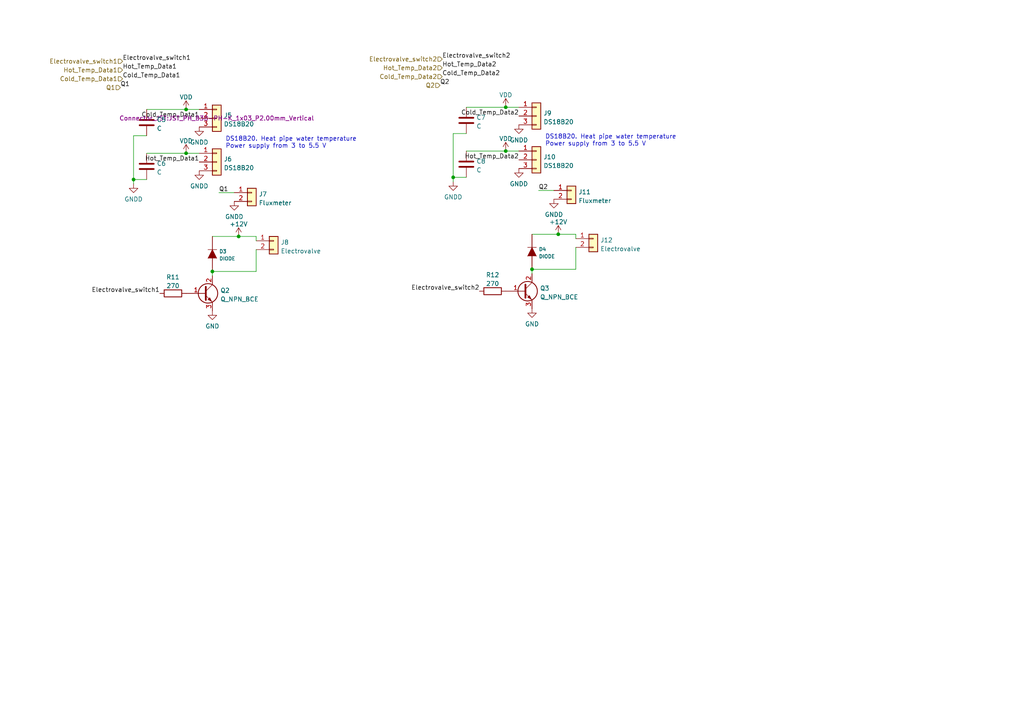
<source format=kicad_sch>
(kicad_sch (version 20211123) (generator eeschema)
  (paper "A4")
  (lib_symbols
    (symbol "Connector_Generic:Conn_01x02" (pin_names (offset 1.016) hide)
      (property "Reference" "J" (at 0 2.54 0))
      (property "Value" "Conn_01x02" (at 0 -5.08 0))
      (symbol "Conn_01x02_1_1"
        (rectangle (start -1.27 -2.413) (end 0 -2.667) (stroke (width 0.1524)))
        (rectangle (start -1.27 0.127) (end 0 -0.127) (stroke (width 0.1524)))
        (rectangle (start -1.27 1.27) (end 1.27 -3.81) (stroke (width 0.254)) (fill (type background)))
        (pin passive line (at -5.08 0 0) (length 3.81) (name "Pin_1") (number "1"))
        (pin passive line (at -5.08 -2.54 0) (length 3.81) (name "Pin_2") (number "2"))
      )
    )
    (symbol "Connector_Generic:Conn_01x03" (pin_names (offset 1.016) hide)
      (property "Reference" "J" (at 0 5.08 0))
      (property "Value" "Conn_01x03" (at 0 -5.08 0))
      (symbol "Conn_01x03_1_1"
        (rectangle (start -1.27 -2.413) (end 0 -2.667) (stroke (width 0.1524)))
        (rectangle (start -1.27 0.127) (end 0 -0.127) (stroke (width 0.1524)))
        (rectangle (start -1.27 2.667) (end 0 2.413) (stroke (width 0.1524)))
        (rectangle (start -1.27 3.81) (end 1.27 -3.81) (stroke (width 0.254)) (fill (type background)))
        (pin passive line (at -5.08 2.54 0) (length 3.81) (name "Pin_1") (number "1"))
        (pin passive line (at -5.08 0 0) (length 3.81) (name "Pin_2") (number "2"))
        (pin passive line (at -5.08 -2.54 0) (length 3.81) (name "Pin_3") (number "3"))
      )
    )
    (symbol "Device:C" (pin_numbers hide) (pin_names (offset 0.254))
      (property "Reference" "C" (at 0.635 2.54 0))
      (property "Value" "C" (at 0.635 -2.54 0))
      (symbol "C_0_1"
        (polyline (pts (xy -2.032 -0.762) (xy 2.032 -0.762)) (stroke (width 0.508)))
        (polyline (pts (xy -2.032 0.762) (xy 2.032 0.762)) (stroke (width 0.508)))
      )
      (symbol "C_1_1"
        (pin passive line (at 0 3.81 270) (length 2.794) (name "~") (number "1"))
        (pin passive line (at 0 -3.81 90) (length 2.794) (name "~") (number "2"))
      )
    )
    (symbol "Device:Q_NPN_BCE" (pin_names (offset 0) hide)
      (property "Reference" "Q" (at 5.08 1.27 0))
      (property "Value" "Q_NPN_BCE" (at 5.08 -1.27 0))
      (symbol "Q_NPN_BCE_0_1"
        (polyline (pts (xy 0.635 0.635) (xy 2.54 2.54)))
        (polyline (pts (xy 0.635 -0.635) (xy 2.54 -2.54) (xy 2.54 -2.54)))
        (polyline (pts (xy 0.635 1.905) (xy 0.635 -1.905) (xy 0.635 -1.905)) (stroke (width 0.508)))
        (polyline (pts (xy 1.27 -1.778) (xy 1.778 -1.27) (xy 2.286 -2.286) (xy 1.27 -1.778) (xy 1.27 -1.778)) (fill (type outline)))
        (circle (center 1.27 0) (radius 2.8194) (stroke (width 0.254)))
      )
      (symbol "Q_NPN_BCE_1_1"
        (pin input line (at -5.08 0 0) (length 5.715) (name "B") (number "1"))
        (pin passive line (at 2.54 5.08 270) (length 2.54) (name "C") (number "2"))
        (pin passive line (at 2.54 -5.08 90) (length 2.54) (name "E") (number "3"))
      )
    )
    (symbol "Device:R" (pin_numbers hide) (pin_names (offset 0))
      (property "Reference" "R" (at 2.032 0 90))
      (property "Value" "R" (at 0 0 90))
      (symbol "R_0_1"
        (rectangle (start -1.016 -2.54) (end 1.016 2.54) (stroke (width 0.254)))
      )
      (symbol "R_1_1"
        (pin passive line (at 0 3.81 270) (length 1.27) (name "~") (number "1"))
        (pin passive line (at 0 -3.81 90) (length 1.27) (name "~") (number "2"))
      )
    )
    (symbol "myLibrary:DIODE" (pin_numbers hide) (pin_names (offset 1.016) hide)
      (property "Reference" "D" (at 0 2.54 0))
      (property "Value" "DIODE" (at 0 -2.54 0))
      (symbol "DIODE_0_1"
        (polyline (pts (xy 1.27 1.27) (xy 1.27 -1.27)) (stroke (width 0.1524)))
        (polyline (pts (xy -1.27 1.27) (xy 1.27 0) (xy -1.27 -1.27)) (fill (type outline)))
      )
      (symbol "DIODE_1_1"
        (pin passive line (at -5.08 0 0) (length 3.81) (name "A") (number "1"))
        (pin passive line (at 5.08 0 180) (length 3.81) (name "K") (number "2"))
      )
    )
    (symbol "myLibrary:GNDD" (power) (pin_names (offset 0))
      (property "Value" "GNDD" (at 0 -3.81 0))
      (symbol "GNDD_0_1"
        (polyline (pts (xy 0 0) (xy 0 -1.27) (xy 1.27 -1.27) (xy 0 -2.54) (xy -1.27 -1.27) (xy 0 -1.27)))
      )
      (symbol "GNDD_1_1"
        (pin power_in line (at 0 0 270) (length 0) hide (name "GNDD") (number "1"))
      )
    )
    (symbol "power:+12V" (power) (pin_names (offset 0))
      (property "Value" "+12V" (at 0 3.556 0))
      (symbol "+12V_0_1"
        (polyline (pts (xy -0.762 1.27) (xy 0 2.54)))
        (polyline (pts (xy 0 0) (xy 0 2.54)))
        (polyline (pts (xy 0 2.54) (xy 0.762 1.27)))
      )
      (symbol "+12V_1_1"
        (pin power_in line (at 0 0 90) (length 0) hide (name "+12V") (number "1"))
      )
    )
    (symbol "power:GND" (power) (pin_names (offset 0))
      (property "Value" "GND" (at 0 -3.81 0))
      (symbol "GND_0_1"
        (polyline (pts (xy 0 0) (xy 0 -1.27) (xy 1.27 -1.27) (xy 0 -2.54) (xy -1.27 -1.27) (xy 0 -1.27)))
      )
      (symbol "GND_1_1"
        (pin power_in line (at 0 0 270) (length 0) hide (name "GND") (number "1"))
      )
    )
    (symbol "power:VDD" (power) (pin_names (offset 0))
      (property "Value" "VDD" (at 0 3.81 0))
      (symbol "VDD_0_1"
        (polyline (pts (xy -0.762 1.27) (xy 0 2.54)))
        (polyline (pts (xy 0 0) (xy 0 2.54)))
        (polyline (pts (xy 0 2.54) (xy 0.762 1.27)))
      )
      (symbol "VDD_1_1"
        (pin power_in line (at 0 0 90) (length 0) hide (name "VDD") (number "1"))
      )
    )
  )
  (junction (at 146.685 31.115))
  (junction (at 161.925 67.945))
  (junction (at 154.305 78.105))
  (junction (at 53.975 44.45))
  (junction (at 61.595 78.74))
  (junction (at 38.735 52.07))
  (junction (at 131.445 51.435))
  (junction (at 69.215 68.58))
  (junction (at 53.975 31.75))
  (junction (at 146.685 43.815))
  (wire (pts (xy 156.21 55.245) (xy 160.655 55.245)))
  (wire (pts (xy 38.735 53.34) (xy 38.735 52.07)))
  (wire (pts (xy 167.005 78.105) (xy 154.305 78.105)))
  (wire (pts (xy 135.255 31.115) (xy 146.685 31.115)))
  (wire (pts (xy 131.445 51.435) (xy 135.255 51.435)))
  (wire (pts (xy 42.545 44.45) (xy 53.975 44.45)))
  (wire (pts (xy 38.735 52.07) (xy 42.545 52.07)))
  (wire (pts (xy 61.595 78.74) (xy 61.595 80.01)))
  (wire (pts (xy 131.445 38.735) (xy 135.255 38.735)))
  (wire (pts (xy 74.295 72.39) (xy 74.295 78.74)))
  (wire (pts (xy 135.255 43.815) (xy 146.685 43.815)))
  (wire (pts (xy 63.5 55.88) (xy 67.945 55.88)))
  (wire (pts (xy 74.295 78.74) (xy 61.595 78.74)))
  (wire (pts (xy 53.975 31.75) (xy 57.785 31.75)))
  (wire (pts (xy 167.005 67.945) (xy 161.925 67.945)))
  (wire (pts (xy 154.305 78.105) (xy 154.305 79.375)))
  (wire (pts (xy 131.445 51.435) (xy 131.445 38.735)))
  (wire (pts (xy 53.975 44.45) (xy 57.785 44.45)))
  (wire (pts (xy 38.735 52.07) (xy 38.735 39.37)))
  (wire (pts (xy 74.295 69.85) (xy 74.295 68.58)))
  (wire (pts (xy 61.595 68.58) (xy 69.215 68.58)))
  (wire (pts (xy 146.685 43.815) (xy 150.495 43.815)))
  (wire (pts (xy 42.545 31.75) (xy 53.975 31.75)))
  (wire (pts (xy 74.295 68.58) (xy 69.215 68.58)))
  (wire (pts (xy 167.005 71.755) (xy 167.005 78.105)))
  (wire (pts (xy 167.005 69.215) (xy 167.005 67.945)))
  (wire (pts (xy 38.735 39.37) (xy 42.545 39.37)))
  (wire (pts (xy 154.305 67.945) (xy 161.925 67.945)))
  (wire (pts (xy 131.445 52.705) (xy 131.445 51.435)))
  (wire (pts (xy 146.685 31.115) (xy 150.495 31.115)))
  (text "DS18B20. Heat pipe water temperature\nPower supply from 3 to 5.5 V" (at 65.405 43.18 0) (effects (font (size 1.27 1.27)) (justify left bottom)))
  (text "DS18B20. Heat pipe water temperature\nPower supply from 3 to 5.5 V" (at 158.115 42.545 0) (effects (font (size 1.27 1.27)) (justify left bottom)))
  (label "Electrovalve_switch2" (at 128.27 17.145 0))
  (label "Cold_Temp_Data2" (at 150.495 33.655 180))
  (label "Q1" (at 63.5 55.88 0))
  (label "Q2" (at 156.21 55.245 0))
  (label "Hot_Temp_Data2" (at 150.495 46.355 180))
  (label "Cold_Temp_Data2" (at 128.27 22.225 0))
  (label "Cold_Temp_Data1" (at 35.56 22.86 0))
  (label "Q1" (at 34.925 25.4 0))
  (label "Hot_Temp_Data2" (at 128.27 19.685 0))
  (label "Cold_Temp_Data1" (at 57.785 34.29 180))
  (label "Electrovalve_switch2" (at 139.065 84.455 180))
  (label "Electrovalve_switch1" (at 35.56 17.78 0))
  (label "Electrovalve_switch1" (at 46.355 85.09 180))
  (label "Hot_Temp_Data1" (at 57.785 46.99 180))
  (label "Q2" (at 127.635 24.765 0))
  (label "Hot_Temp_Data1" (at 35.56 20.32 0))
  (hierarchical_label "Hot_Temp_Data2" (shape input) (at 128.27 19.685 180))
  (hierarchical_label "Electrovalve_switch1" (shape input) (at 35.56 17.78 180))
  (hierarchical_label "Q1" (shape input) (at 34.925 25.4 180))
  (hierarchical_label "Electrovalve_switch2" (shape input) (at 128.27 17.145 180))
  (hierarchical_label "Cold_Temp_Data1" (shape input) (at 35.56 22.86 180))
  (hierarchical_label "Q2" (shape input) (at 127.635 24.765 180))
  (hierarchical_label "Hot_Temp_Data1" (shape input) (at 35.56 20.32 180))
  (hierarchical_label "Cold_Temp_Data2" (shape input) (at 128.27 22.225 180))
  (symbol (lib_id "myLibrary:GNDD") (at 150.495 36.195 0) (unit 1)
    (property "Reference" "#PWR034" (effects hide))
    (property "Value" "GNDD" (at 150.495 40.6384 0))
  )
  (symbol (lib_id "Connector_Generic:Conn_01x03") (at 62.865 46.99 0) (unit 1)
    (property "Reference" "J6" (at 64.897 46.1553 0) (effects (justify left)))
    (property "Value" "DS18B20" (at 64.897 48.6922 0) (effects (justify left)))
    (property "Footprint" "Connector_JST:JST_PH_B3B-PH-K_1x03_P2.00mm_Vertical" (effects hide))
  )
  (symbol (lib_id "power:VDD") (at 53.975 44.45 0) (unit 1)
    (property "Reference" "#PWR025" (effects hide))
    (property "Value" "VDD" (at 53.975 40.8742 0))
  )
  (symbol (lib_id "Device:C") (at 42.545 48.26 0) (unit 1)
    (property "Reference" "C6" (at 45.466 47.4253 0) (effects (justify left)))
    (property "Value" "C" (at 45.466 49.9622 0) (effects (justify left)))
    (property "Footprint" "Capacitor_SMD:C_0603_1608Metric_Pad1.08x0.95mm_HandSolder" (effects hide))
  )
  (symbol (lib_id "myLibrary:GNDD") (at 57.785 36.83 0) (unit 1)
    (property "Reference" "#PWR026" (effects hide))
    (property "Value" "GNDD" (at 57.785 41.2734 0))
  )
  (symbol (lib_id "myLibrary:DIODE") (at 154.305 73.025 90) (unit 1)
    (property "Reference" "D4" (at 156.2862 72.2938 90) (effects (font (size 1.016 1.016)) (justify right)))
    (property "Value" "DIODE" (at 156.2862 74.3742 90) (effects (font (size 1.016 1.016)) (justify right)))
    (property "Footprint" "Diode_SMD:D_MELF_Handsoldering" (effects hide))
  )
  (symbol (lib_id "myLibrary:GNDD") (at 131.445 52.705 0) (unit 1)
    (property "Reference" "#PWR031" (effects hide))
    (property "Value" "GNDD" (at 131.445 57.1484 0))
  )
  (symbol (lib_id "Device:Q_NPN_BCE") (at 151.765 84.455 0) (unit 1)
    (property "Reference" "Q3" (at 156.6164 83.6203 0) (effects (justify left)))
    (property "Value" "Q_NPN_BCE" (at 156.6164 86.1572 0) (effects (justify left)))
    (property "Footprint" "Package_TO_SOT_SMD:SOT-223-3_TabPin2" (effects hide))
  )
  (symbol (lib_id "Device:Q_NPN_BCE") (at 59.055 85.09 0) (unit 1)
    (property "Reference" "Q2" (at 63.9064 84.2553 0) (effects (justify left)))
    (property "Value" "Q_NPN_BCE" (at 63.9064 86.7922 0) (effects (justify left)))
    (property "Footprint" "Package_TO_SOT_SMD:SOT-223-3_TabPin2" (effects hide))
  )
  (symbol (lib_id "power:VDD") (at 146.685 31.115 0) (unit 1)
    (property "Reference" "#PWR032" (effects hide))
    (property "Value" "VDD" (at 146.685 27.5392 0))
  )
  (symbol (lib_id "Connector_Generic:Conn_01x02") (at 165.735 55.245 0) (unit 1)
    (property "Reference" "J11" (at 167.767 55.6803 0) (effects (justify left)))
    (property "Value" "Fluxmeter" (at 167.767 58.2172 0) (effects (justify left)))
    (property "Footprint" "TerminalBlock_Phoenix:TerminalBlock_Phoenix_PT-1,5-2-3.5-H_1x02_P3.50mm_Horizontal" (effects hide))
    (property "Link" "https://www.amazon.es/Electrov%C3%A1lvula-El%C3%A9ctrica-V%C3%A1lvula-Solenoide-Normalmente/dp/B07VT1LFBZ/ref=sr_1_41?adgrpid=110829178755&hvadid=601134696640&hvdev=c&hvlocphy=20294&hvnetw=g&hvqmt=e&hvrand=5309951320386316717&hvtargid=kwd-327764933936&hydadcr=28815_2379543&keywords=electrovalvula+radiador&qid=1689698801&sr=8-41" (effects hide))
  )
  (symbol (lib_id "Device:C") (at 135.255 47.625 0) (unit 1)
    (property "Reference" "C8" (at 138.176 46.7903 0) (effects (justify left)))
    (property "Value" "C" (at 138.176 49.3272 0) (effects (justify left)))
    (property "Footprint" "Capacitor_SMD:C_0603_1608Metric_Pad1.08x0.95mm_HandSolder" (effects hide))
  )
  (symbol (lib_id "Device:R") (at 50.165 85.09 90) (unit 1)
    (property "Reference" "R11" (at 50.165 80.3742 90))
    (property "Value" "270" (at 50.165 82.9111 90))
    (property "Footprint" "Resistor_SMD:R_0201_0603Metric_Pad0.64x0.40mm_HandSolder" (effects hide))
  )
  (symbol (lib_id "power:GND") (at 154.305 89.535 0) (unit 1)
    (property "Reference" "#PWR036" (effects hide))
    (property "Value" "GND" (at 154.305 93.9784 0))
  )
  (symbol (lib_id "Connector_Generic:Conn_01x03") (at 155.575 46.355 0) (unit 1)
    (property "Reference" "J10" (at 157.607 45.5203 0) (effects (justify left)))
    (property "Value" "DS18B20" (at 157.607 48.0572 0) (effects (justify left)))
    (property "Footprint" "Connector_JST:JST_PH_B3B-PH-K_1x03_P2.00mm_Vertical" (effects hide))
  )
  (symbol (lib_id "power:+12V") (at 161.925 67.945 0) (unit 1)
    (property "Reference" "#PWR038" (effects hide))
    (property "Value" "+12V" (at 161.925 64.3692 0))
  )
  (symbol (lib_id "power:VDD") (at 53.975 31.75 0) (unit 1)
    (property "Reference" "#PWR024" (effects hide))
    (property "Value" "VDD" (at 53.975 28.1742 0))
  )
  (symbol (lib_id "Device:C") (at 42.545 35.56 0) (unit 1)
    (property "Reference" "C5" (at 45.466 34.7253 0) (effects (justify left)))
    (property "Value" "C" (at 45.466 37.2622 0) (effects (justify left)))
    (property "Footprint" "Capacitor_SMD:C_0603_1608Metric_Pad1.08x0.95mm_HandSolder" (effects hide))
  )
  (symbol (lib_id "Device:R") (at 142.875 84.455 90) (unit 1)
    (property "Reference" "R12" (at 142.875 79.7392 90))
    (property "Value" "270" (at 142.875 82.2761 90))
    (property "Footprint" "Resistor_SMD:R_0201_0603Metric_Pad0.64x0.40mm_HandSolder" (effects hide))
  )
  (symbol (lib_id "Connector_Generic:Conn_01x02") (at 172.085 69.215 0) (unit 1)
    (property "Reference" "J12" (at 174.117 69.6503 0) (effects (justify left)))
    (property "Value" "Electrovalve" (at 174.117 72.1872 0) (effects (justify left)))
    (property "Footprint" "TerminalBlock_Phoenix:TerminalBlock_Phoenix_PT-1,5-2-5.0-H_1x02_P5.00mm_Horizontal" (effects hide))
    (property "Link" "https://www.amazon.es/Electrov%C3%A1lvula-El%C3%A9ctrica-V%C3%A1lvula-Solenoide-Normalmente/dp/B07VT1LFBZ/ref=sr_1_41?adgrpid=110829178755&hvadid=601134696640&hvdev=c&hvlocphy=20294&hvnetw=g&hvqmt=e&hvrand=5309951320386316717&hvtargid=kwd-327764933936&hydadcr=28815_2379543&keywords=electrovalvula+radiador&qid=1689698801&sr=8-41" (effects hide))
  )
  (symbol (lib_id "myLibrary:GNDD") (at 38.735 53.34 0) (unit 1)
    (property "Reference" "#PWR023" (effects hide))
    (property "Value" "GNDD" (at 38.735 57.7834 0))
  )
  (symbol (lib_id "myLibrary:GNDD") (at 150.495 48.895 0) (unit 1)
    (property "Reference" "#PWR035" (effects hide))
    (property "Value" "GNDD" (at 150.495 53.3384 0))
  )
  (symbol (lib_id "myLibrary:GNDD") (at 160.655 57.785 0) (unit 1)
    (property "Reference" "#PWR037" (effects hide))
    (property "Value" "GNDD" (at 160.655 62.2284 0))
  )
  (symbol (lib_id "power:GND") (at 61.595 90.17 0) (unit 1)
    (property "Reference" "#PWR028" (effects hide))
    (property "Value" "GND" (at 61.595 94.6134 0))
  )
  (symbol (lib_id "Connector_Generic:Conn_01x03") (at 155.575 33.655 0) (unit 1)
    (property "Reference" "J9" (at 157.607 32.8203 0) (effects (justify left)))
    (property "Value" "DS18B20" (at 157.607 35.3572 0) (effects (justify left)))
    (property "Footprint" "Connector_JST:JST_PH_B3B-PH-K_1x03_P2.00mm_Vertical" (effects hide))
  )
  (symbol (lib_id "Device:C") (at 135.255 34.925 0) (unit 1)
    (property "Reference" "C7" (at 138.176 34.0903 0) (effects (justify left)))
    (property "Value" "C" (at 138.176 36.6272 0) (effects (justify left)))
    (property "Footprint" "Capacitor_SMD:C_0603_1608Metric_Pad1.08x0.95mm_HandSolder" (effects hide))
  )
  (symbol (lib_id "myLibrary:GNDD") (at 57.785 49.53 0) (unit 1)
    (property "Reference" "#PWR027" (effects hide))
    (property "Value" "GNDD" (at 57.785 53.9734 0))
  )
  (symbol (lib_id "power:+12V") (at 69.215 68.58 0) (unit 1)
    (property "Reference" "#PWR030" (effects hide))
    (property "Value" "+12V" (at 69.215 65.0042 0))
  )
  (symbol (lib_id "power:VDD") (at 146.685 43.815 0) (unit 1)
    (property "Reference" "#PWR033" (effects hide))
    (property "Value" "VDD" (at 146.685 40.2392 0))
  )
  (symbol (lib_id "myLibrary:GNDD") (at 67.945 58.42 0) (unit 1)
    (property "Reference" "#PWR029" (effects hide))
    (property "Value" "GNDD" (at 67.945 62.8634 0))
  )
  (symbol (lib_id "Connector_Generic:Conn_01x02") (at 73.025 55.88 0) (unit 1)
    (property "Reference" "J7" (at 75.057 56.3153 0) (effects (justify left)))
    (property "Value" "Fluxmeter" (at 75.057 58.8522 0) (effects (justify left)))
    (property "Footprint" "TerminalBlock_Phoenix:TerminalBlock_Phoenix_PT-1,5-2-3.5-H_1x02_P3.50mm_Horizontal" (effects hide))
    (property "Link" "https://www.amazon.es/Electrov%C3%A1lvula-El%C3%A9ctrica-V%C3%A1lvula-Solenoide-Normalmente/dp/B07VT1LFBZ/ref=sr_1_41?adgrpid=110829178755&hvadid=601134696640&hvdev=c&hvlocphy=20294&hvnetw=g&hvqmt=e&hvrand=5309951320386316717&hvtargid=kwd-327764933936&hydadcr=28815_2379543&keywords=electrovalvula+radiador&qid=1689698801&sr=8-41" (effects hide))
  )
  (symbol (lib_id "myLibrary:DIODE") (at 61.595 73.66 90) (unit 1)
    (property "Reference" "D3" (at 63.5762 72.9288 90) (effects (font (size 1.016 1.016)) (justify right)))
    (property "Value" "DIODE" (at 63.5762 75.0092 90) (effects (font (size 1.016 1.016)) (justify right)))
    (property "Footprint" "Diode_SMD:D_MELF_Handsoldering" (effects hide))
  )
  (symbol (lib_id "Connector_Generic:Conn_01x03") (at 62.865 34.29 0) (unit 1)
    (property "Reference" "J5" (at 64.897 33.4553 0) (effects (justify left)))
    (property "Value" "DS18B20" (at 64.897 35.9922 0) (effects (justify left)))
    (property "Footprint" "Connector_JST:JST_PH_B3B-PH-K_1x03_P2.00mm_Vertical" (at 62.865 34.29 0))
  )
  (symbol (lib_id "Connector_Generic:Conn_01x02") (at 79.375 69.85 0) (unit 1)
    (property "Reference" "J8" (at 81.407 70.2853 0) (effects (justify left)))
    (property "Value" "Electrovalve" (at 81.407 72.8222 0) (effects (justify left)))
    (property "Footprint" "TerminalBlock_Phoenix:TerminalBlock_Phoenix_PT-1,5-2-5.0-H_1x02_P5.00mm_Horizontal" (effects hide))
    (property "Link" "https://www.amazon.es/Electrov%C3%A1lvula-El%C3%A9ctrica-V%C3%A1lvula-Solenoide-Normalmente/dp/B07VT1LFBZ/ref=sr_1_41?adgrpid=110829178755&hvadid=601134696640&hvdev=c&hvlocphy=20294&hvnetw=g&hvqmt=e&hvrand=5309951320386316717&hvtargid=kwd-327764933936&hydadcr=28815_2379543&keywords=electrovalvula+radiador&qid=1689698801&sr=8-41" (effects hide))
  )
)
</source>
